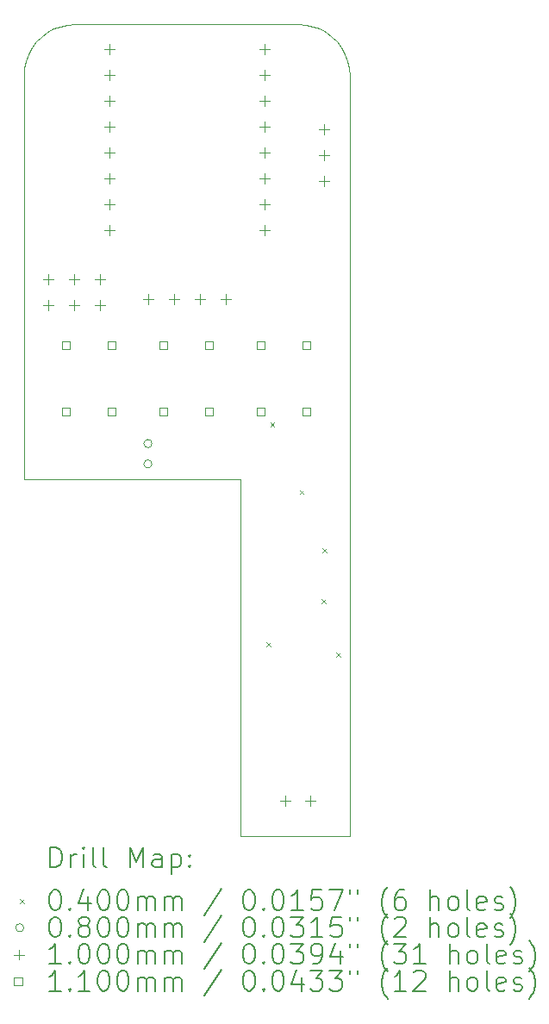
<source format=gbr>
%TF.GenerationSoftware,KiCad,Pcbnew,7.0.7*%
%TF.CreationDate,2024-05-31T07:58:15-05:00*%
%TF.ProjectId,ThinkTankTimerVote,5468696e-6b54-4616-9e6b-54696d657256,rev?*%
%TF.SameCoordinates,Original*%
%TF.FileFunction,Drillmap*%
%TF.FilePolarity,Positive*%
%FSLAX45Y45*%
G04 Gerber Fmt 4.5, Leading zero omitted, Abs format (unit mm)*
G04 Created by KiCad (PCBNEW 7.0.7) date 2024-05-31 07:58:15*
%MOMM*%
%LPD*%
G01*
G04 APERTURE LIST*
%ADD10C,0.003779*%
%ADD11C,0.200000*%
%ADD12C,0.040000*%
%ADD13C,0.080000*%
%ADD14C,0.100000*%
%ADD15C,0.110000*%
G04 APERTURE END LIST*
D10*
X16975000Y-6911600D02*
X17025500Y-6861100D01*
X17212000Y-6759300D02*
X17281700Y-6744100D01*
X18452900Y-6739000D02*
X19552900Y-6739000D01*
X19760600Y-6784200D02*
X19823200Y-6818400D01*
X20032600Y-7098100D02*
X20047800Y-7167800D01*
X19693800Y-6759300D02*
X19760600Y-6784200D01*
X18979300Y-14710000D02*
X18979300Y-11210000D01*
X17145200Y-6784200D02*
X17212000Y-6759300D01*
X16932300Y-6968700D02*
X16975000Y-6911600D01*
X16898100Y-7031300D02*
X16932300Y-6968700D01*
X20052900Y-10724500D02*
X20052900Y-11210000D01*
X16852900Y-10724500D02*
X16852900Y-7447700D01*
X20052900Y-11210000D02*
X20052900Y-14710000D01*
X16858000Y-7167800D02*
X16873200Y-7098100D01*
X16852900Y-7447700D02*
X16852900Y-7239000D01*
X19552900Y-6739000D02*
X19624100Y-6744100D01*
X20052900Y-7447700D02*
X20052900Y-10724500D01*
X20047800Y-7167800D02*
X20052900Y-7239000D01*
X19973500Y-6968700D02*
X20007700Y-7031300D01*
X19624100Y-6744100D02*
X19693800Y-6759300D01*
X16852900Y-11210000D02*
X16852900Y-10724500D01*
X17281700Y-6744100D02*
X17352900Y-6739000D01*
X19823200Y-6818400D02*
X19880300Y-6861100D01*
X17025500Y-6861100D02*
X17082600Y-6818400D01*
X17352900Y-6739000D02*
X18452900Y-6739000D01*
X19880300Y-6861100D02*
X19930800Y-6911600D01*
X20007700Y-7031300D02*
X20032600Y-7098100D01*
X16852900Y-7239000D02*
X16858000Y-7167800D01*
X16873200Y-7098100D02*
X16898100Y-7031300D01*
X17082600Y-6818400D02*
X17145200Y-6784200D01*
X19930800Y-6911600D02*
X19973500Y-6968700D01*
X20052900Y-7239000D02*
X20052900Y-7447700D01*
X20052900Y-14710000D02*
X18979300Y-14710000D01*
X18979300Y-11210000D02*
X16852900Y-11210000D01*
D11*
D12*
X19235160Y-12808780D02*
X19275160Y-12848780D01*
X19275160Y-12808780D02*
X19235160Y-12848780D01*
X19273900Y-10652140D02*
X19313900Y-10692140D01*
X19313900Y-10652140D02*
X19273900Y-10692140D01*
X19563600Y-11315520D02*
X19603600Y-11355520D01*
X19603600Y-11315520D02*
X19563600Y-11355520D01*
X19781320Y-12389200D02*
X19821320Y-12429200D01*
X19821320Y-12389200D02*
X19781320Y-12429200D01*
X19787640Y-11889930D02*
X19827640Y-11929930D01*
X19827640Y-11889930D02*
X19787640Y-11929930D01*
X19922070Y-12911470D02*
X19962070Y-12951470D01*
X19962070Y-12911470D02*
X19922070Y-12951470D01*
D13*
X18112100Y-10858500D02*
G75*
G03*
X18112100Y-10858500I-40000J0D01*
G01*
X18112100Y-11058500D02*
G75*
G03*
X18112100Y-11058500I-40000J0D01*
G01*
D14*
X17094200Y-9195600D02*
X17094200Y-9295600D01*
X17044200Y-9245600D02*
X17144200Y-9245600D01*
X17094200Y-9449600D02*
X17094200Y-9549600D01*
X17044200Y-9499600D02*
X17144200Y-9499600D01*
X17348200Y-9195600D02*
X17348200Y-9295600D01*
X17298200Y-9245600D02*
X17398200Y-9245600D01*
X17348200Y-9449600D02*
X17348200Y-9549600D01*
X17298200Y-9499600D02*
X17398200Y-9499600D01*
X17602200Y-9195600D02*
X17602200Y-9295600D01*
X17552200Y-9245600D02*
X17652200Y-9245600D01*
X17602200Y-9449600D02*
X17602200Y-9549600D01*
X17552200Y-9499600D02*
X17652200Y-9499600D01*
X17691100Y-6935000D02*
X17691100Y-7035000D01*
X17641100Y-6985000D02*
X17741100Y-6985000D01*
X17691100Y-7189000D02*
X17691100Y-7289000D01*
X17641100Y-7239000D02*
X17741100Y-7239000D01*
X17691100Y-7443000D02*
X17691100Y-7543000D01*
X17641100Y-7493000D02*
X17741100Y-7493000D01*
X17691100Y-7697000D02*
X17691100Y-7797000D01*
X17641100Y-7747000D02*
X17741100Y-7747000D01*
X17691100Y-7951000D02*
X17691100Y-8051000D01*
X17641100Y-8001000D02*
X17741100Y-8001000D01*
X17691100Y-8205000D02*
X17691100Y-8305000D01*
X17641100Y-8255000D02*
X17741100Y-8255000D01*
X17691100Y-8459000D02*
X17691100Y-8559000D01*
X17641100Y-8509000D02*
X17741100Y-8509000D01*
X17691100Y-8713000D02*
X17691100Y-8813000D01*
X17641100Y-8763000D02*
X17741100Y-8763000D01*
X18072100Y-9386100D02*
X18072100Y-9486100D01*
X18022100Y-9436100D02*
X18122100Y-9436100D01*
X18326100Y-9386100D02*
X18326100Y-9486100D01*
X18276100Y-9436100D02*
X18376100Y-9436100D01*
X18580100Y-9386100D02*
X18580100Y-9486100D01*
X18530100Y-9436100D02*
X18630100Y-9436100D01*
X18834100Y-9386100D02*
X18834100Y-9486100D01*
X18784100Y-9436100D02*
X18884100Y-9436100D01*
X19215100Y-6935000D02*
X19215100Y-7035000D01*
X19165100Y-6985000D02*
X19265100Y-6985000D01*
X19215100Y-7189000D02*
X19215100Y-7289000D01*
X19165100Y-7239000D02*
X19265100Y-7239000D01*
X19215100Y-7443000D02*
X19215100Y-7543000D01*
X19165100Y-7493000D02*
X19265100Y-7493000D01*
X19215100Y-7697000D02*
X19215100Y-7797000D01*
X19165100Y-7747000D02*
X19265100Y-7747000D01*
X19215100Y-7951000D02*
X19215100Y-8051000D01*
X19165100Y-8001000D02*
X19265100Y-8001000D01*
X19215100Y-8205000D02*
X19215100Y-8305000D01*
X19165100Y-8255000D02*
X19265100Y-8255000D01*
X19215100Y-8459000D02*
X19215100Y-8559000D01*
X19165100Y-8509000D02*
X19265100Y-8509000D01*
X19215100Y-8713000D02*
X19215100Y-8813000D01*
X19165100Y-8763000D02*
X19265100Y-8763000D01*
X19420300Y-14314450D02*
X19420300Y-14414450D01*
X19370300Y-14364450D02*
X19470300Y-14364450D01*
X19670300Y-14314450D02*
X19670300Y-14414450D01*
X19620300Y-14364450D02*
X19720300Y-14364450D01*
X19799300Y-7722400D02*
X19799300Y-7822400D01*
X19749300Y-7772400D02*
X19849300Y-7772400D01*
X19799300Y-7976400D02*
X19799300Y-8076400D01*
X19749300Y-8026400D02*
X19849300Y-8026400D01*
X19799300Y-8230400D02*
X19799300Y-8330400D01*
X19749300Y-8280400D02*
X19849300Y-8280400D01*
D15*
X17305391Y-9929891D02*
X17305391Y-9852109D01*
X17227609Y-9852109D01*
X17227609Y-9929891D01*
X17305391Y-9929891D01*
X17305391Y-10579891D02*
X17305391Y-10502109D01*
X17227609Y-10502109D01*
X17227609Y-10579891D01*
X17305391Y-10579891D01*
X17755391Y-9929891D02*
X17755391Y-9852109D01*
X17677609Y-9852109D01*
X17677609Y-9929891D01*
X17755391Y-9929891D01*
X17755391Y-10579891D02*
X17755391Y-10502109D01*
X17677609Y-10502109D01*
X17677609Y-10579891D01*
X17755391Y-10579891D01*
X18263391Y-9929891D02*
X18263391Y-9852109D01*
X18185609Y-9852109D01*
X18185609Y-9929891D01*
X18263391Y-9929891D01*
X18263391Y-10579891D02*
X18263391Y-10502109D01*
X18185609Y-10502109D01*
X18185609Y-10579891D01*
X18263391Y-10579891D01*
X18713391Y-9929891D02*
X18713391Y-9852109D01*
X18635609Y-9852109D01*
X18635609Y-9929891D01*
X18713391Y-9929891D01*
X18713391Y-10579891D02*
X18713391Y-10502109D01*
X18635609Y-10502109D01*
X18635609Y-10579891D01*
X18713391Y-10579891D01*
X19215891Y-9929891D02*
X19215891Y-9852109D01*
X19138109Y-9852109D01*
X19138109Y-9929891D01*
X19215891Y-9929891D01*
X19215891Y-10579891D02*
X19215891Y-10502109D01*
X19138109Y-10502109D01*
X19138109Y-10579891D01*
X19215891Y-10579891D01*
X19665891Y-9929891D02*
X19665891Y-9852109D01*
X19588109Y-9852109D01*
X19588109Y-9929891D01*
X19665891Y-9929891D01*
X19665891Y-10579891D02*
X19665891Y-10502109D01*
X19588109Y-10502109D01*
X19588109Y-10579891D01*
X19665891Y-10579891D01*
D11*
X17113488Y-15021673D02*
X17113488Y-14821673D01*
X17113488Y-14821673D02*
X17161107Y-14821673D01*
X17161107Y-14821673D02*
X17189678Y-14831196D01*
X17189678Y-14831196D02*
X17208726Y-14850244D01*
X17208726Y-14850244D02*
X17218250Y-14869292D01*
X17218250Y-14869292D02*
X17227774Y-14907387D01*
X17227774Y-14907387D02*
X17227774Y-14935958D01*
X17227774Y-14935958D02*
X17218250Y-14974053D01*
X17218250Y-14974053D02*
X17208726Y-14993101D01*
X17208726Y-14993101D02*
X17189678Y-15012149D01*
X17189678Y-15012149D02*
X17161107Y-15021673D01*
X17161107Y-15021673D02*
X17113488Y-15021673D01*
X17313488Y-15021673D02*
X17313488Y-14888339D01*
X17313488Y-14926434D02*
X17323012Y-14907387D01*
X17323012Y-14907387D02*
X17332536Y-14897863D01*
X17332536Y-14897863D02*
X17351583Y-14888339D01*
X17351583Y-14888339D02*
X17370631Y-14888339D01*
X17437297Y-15021673D02*
X17437297Y-14888339D01*
X17437297Y-14821673D02*
X17427774Y-14831196D01*
X17427774Y-14831196D02*
X17437297Y-14840720D01*
X17437297Y-14840720D02*
X17446821Y-14831196D01*
X17446821Y-14831196D02*
X17437297Y-14821673D01*
X17437297Y-14821673D02*
X17437297Y-14840720D01*
X17561107Y-15021673D02*
X17542059Y-15012149D01*
X17542059Y-15012149D02*
X17532536Y-14993101D01*
X17532536Y-14993101D02*
X17532536Y-14821673D01*
X17665869Y-15021673D02*
X17646821Y-15012149D01*
X17646821Y-15012149D02*
X17637297Y-14993101D01*
X17637297Y-14993101D02*
X17637297Y-14821673D01*
X17894440Y-15021673D02*
X17894440Y-14821673D01*
X17894440Y-14821673D02*
X17961107Y-14964530D01*
X17961107Y-14964530D02*
X18027774Y-14821673D01*
X18027774Y-14821673D02*
X18027774Y-15021673D01*
X18208726Y-15021673D02*
X18208726Y-14916911D01*
X18208726Y-14916911D02*
X18199202Y-14897863D01*
X18199202Y-14897863D02*
X18180155Y-14888339D01*
X18180155Y-14888339D02*
X18142059Y-14888339D01*
X18142059Y-14888339D02*
X18123012Y-14897863D01*
X18208726Y-15012149D02*
X18189678Y-15021673D01*
X18189678Y-15021673D02*
X18142059Y-15021673D01*
X18142059Y-15021673D02*
X18123012Y-15012149D01*
X18123012Y-15012149D02*
X18113488Y-14993101D01*
X18113488Y-14993101D02*
X18113488Y-14974053D01*
X18113488Y-14974053D02*
X18123012Y-14955006D01*
X18123012Y-14955006D02*
X18142059Y-14945482D01*
X18142059Y-14945482D02*
X18189678Y-14945482D01*
X18189678Y-14945482D02*
X18208726Y-14935958D01*
X18303964Y-14888339D02*
X18303964Y-15088339D01*
X18303964Y-14897863D02*
X18323012Y-14888339D01*
X18323012Y-14888339D02*
X18361107Y-14888339D01*
X18361107Y-14888339D02*
X18380155Y-14897863D01*
X18380155Y-14897863D02*
X18389678Y-14907387D01*
X18389678Y-14907387D02*
X18399202Y-14926434D01*
X18399202Y-14926434D02*
X18399202Y-14983577D01*
X18399202Y-14983577D02*
X18389678Y-15002625D01*
X18389678Y-15002625D02*
X18380155Y-15012149D01*
X18380155Y-15012149D02*
X18361107Y-15021673D01*
X18361107Y-15021673D02*
X18323012Y-15021673D01*
X18323012Y-15021673D02*
X18303964Y-15012149D01*
X18484917Y-15002625D02*
X18494440Y-15012149D01*
X18494440Y-15012149D02*
X18484917Y-15021673D01*
X18484917Y-15021673D02*
X18475393Y-15012149D01*
X18475393Y-15012149D02*
X18484917Y-15002625D01*
X18484917Y-15002625D02*
X18484917Y-15021673D01*
X18484917Y-14897863D02*
X18494440Y-14907387D01*
X18494440Y-14907387D02*
X18484917Y-14916911D01*
X18484917Y-14916911D02*
X18475393Y-14907387D01*
X18475393Y-14907387D02*
X18484917Y-14897863D01*
X18484917Y-14897863D02*
X18484917Y-14916911D01*
D12*
X16812711Y-15330189D02*
X16852711Y-15370189D01*
X16852711Y-15330189D02*
X16812711Y-15370189D01*
D11*
X17151583Y-15241673D02*
X17170631Y-15241673D01*
X17170631Y-15241673D02*
X17189678Y-15251196D01*
X17189678Y-15251196D02*
X17199202Y-15260720D01*
X17199202Y-15260720D02*
X17208726Y-15279768D01*
X17208726Y-15279768D02*
X17218250Y-15317863D01*
X17218250Y-15317863D02*
X17218250Y-15365482D01*
X17218250Y-15365482D02*
X17208726Y-15403577D01*
X17208726Y-15403577D02*
X17199202Y-15422625D01*
X17199202Y-15422625D02*
X17189678Y-15432149D01*
X17189678Y-15432149D02*
X17170631Y-15441673D01*
X17170631Y-15441673D02*
X17151583Y-15441673D01*
X17151583Y-15441673D02*
X17132536Y-15432149D01*
X17132536Y-15432149D02*
X17123012Y-15422625D01*
X17123012Y-15422625D02*
X17113488Y-15403577D01*
X17113488Y-15403577D02*
X17103964Y-15365482D01*
X17103964Y-15365482D02*
X17103964Y-15317863D01*
X17103964Y-15317863D02*
X17113488Y-15279768D01*
X17113488Y-15279768D02*
X17123012Y-15260720D01*
X17123012Y-15260720D02*
X17132536Y-15251196D01*
X17132536Y-15251196D02*
X17151583Y-15241673D01*
X17303964Y-15422625D02*
X17313488Y-15432149D01*
X17313488Y-15432149D02*
X17303964Y-15441673D01*
X17303964Y-15441673D02*
X17294440Y-15432149D01*
X17294440Y-15432149D02*
X17303964Y-15422625D01*
X17303964Y-15422625D02*
X17303964Y-15441673D01*
X17484917Y-15308339D02*
X17484917Y-15441673D01*
X17437297Y-15232149D02*
X17389678Y-15375006D01*
X17389678Y-15375006D02*
X17513488Y-15375006D01*
X17627774Y-15241673D02*
X17646821Y-15241673D01*
X17646821Y-15241673D02*
X17665869Y-15251196D01*
X17665869Y-15251196D02*
X17675393Y-15260720D01*
X17675393Y-15260720D02*
X17684917Y-15279768D01*
X17684917Y-15279768D02*
X17694440Y-15317863D01*
X17694440Y-15317863D02*
X17694440Y-15365482D01*
X17694440Y-15365482D02*
X17684917Y-15403577D01*
X17684917Y-15403577D02*
X17675393Y-15422625D01*
X17675393Y-15422625D02*
X17665869Y-15432149D01*
X17665869Y-15432149D02*
X17646821Y-15441673D01*
X17646821Y-15441673D02*
X17627774Y-15441673D01*
X17627774Y-15441673D02*
X17608726Y-15432149D01*
X17608726Y-15432149D02*
X17599202Y-15422625D01*
X17599202Y-15422625D02*
X17589678Y-15403577D01*
X17589678Y-15403577D02*
X17580155Y-15365482D01*
X17580155Y-15365482D02*
X17580155Y-15317863D01*
X17580155Y-15317863D02*
X17589678Y-15279768D01*
X17589678Y-15279768D02*
X17599202Y-15260720D01*
X17599202Y-15260720D02*
X17608726Y-15251196D01*
X17608726Y-15251196D02*
X17627774Y-15241673D01*
X17818250Y-15241673D02*
X17837298Y-15241673D01*
X17837298Y-15241673D02*
X17856345Y-15251196D01*
X17856345Y-15251196D02*
X17865869Y-15260720D01*
X17865869Y-15260720D02*
X17875393Y-15279768D01*
X17875393Y-15279768D02*
X17884917Y-15317863D01*
X17884917Y-15317863D02*
X17884917Y-15365482D01*
X17884917Y-15365482D02*
X17875393Y-15403577D01*
X17875393Y-15403577D02*
X17865869Y-15422625D01*
X17865869Y-15422625D02*
X17856345Y-15432149D01*
X17856345Y-15432149D02*
X17837298Y-15441673D01*
X17837298Y-15441673D02*
X17818250Y-15441673D01*
X17818250Y-15441673D02*
X17799202Y-15432149D01*
X17799202Y-15432149D02*
X17789678Y-15422625D01*
X17789678Y-15422625D02*
X17780155Y-15403577D01*
X17780155Y-15403577D02*
X17770631Y-15365482D01*
X17770631Y-15365482D02*
X17770631Y-15317863D01*
X17770631Y-15317863D02*
X17780155Y-15279768D01*
X17780155Y-15279768D02*
X17789678Y-15260720D01*
X17789678Y-15260720D02*
X17799202Y-15251196D01*
X17799202Y-15251196D02*
X17818250Y-15241673D01*
X17970631Y-15441673D02*
X17970631Y-15308339D01*
X17970631Y-15327387D02*
X17980155Y-15317863D01*
X17980155Y-15317863D02*
X17999202Y-15308339D01*
X17999202Y-15308339D02*
X18027774Y-15308339D01*
X18027774Y-15308339D02*
X18046821Y-15317863D01*
X18046821Y-15317863D02*
X18056345Y-15336911D01*
X18056345Y-15336911D02*
X18056345Y-15441673D01*
X18056345Y-15336911D02*
X18065869Y-15317863D01*
X18065869Y-15317863D02*
X18084917Y-15308339D01*
X18084917Y-15308339D02*
X18113488Y-15308339D01*
X18113488Y-15308339D02*
X18132536Y-15317863D01*
X18132536Y-15317863D02*
X18142059Y-15336911D01*
X18142059Y-15336911D02*
X18142059Y-15441673D01*
X18237298Y-15441673D02*
X18237298Y-15308339D01*
X18237298Y-15327387D02*
X18246821Y-15317863D01*
X18246821Y-15317863D02*
X18265869Y-15308339D01*
X18265869Y-15308339D02*
X18294440Y-15308339D01*
X18294440Y-15308339D02*
X18313488Y-15317863D01*
X18313488Y-15317863D02*
X18323012Y-15336911D01*
X18323012Y-15336911D02*
X18323012Y-15441673D01*
X18323012Y-15336911D02*
X18332536Y-15317863D01*
X18332536Y-15317863D02*
X18351583Y-15308339D01*
X18351583Y-15308339D02*
X18380155Y-15308339D01*
X18380155Y-15308339D02*
X18399202Y-15317863D01*
X18399202Y-15317863D02*
X18408726Y-15336911D01*
X18408726Y-15336911D02*
X18408726Y-15441673D01*
X18799202Y-15232149D02*
X18627774Y-15489292D01*
X19056345Y-15241673D02*
X19075393Y-15241673D01*
X19075393Y-15241673D02*
X19094441Y-15251196D01*
X19094441Y-15251196D02*
X19103964Y-15260720D01*
X19103964Y-15260720D02*
X19113488Y-15279768D01*
X19113488Y-15279768D02*
X19123012Y-15317863D01*
X19123012Y-15317863D02*
X19123012Y-15365482D01*
X19123012Y-15365482D02*
X19113488Y-15403577D01*
X19113488Y-15403577D02*
X19103964Y-15422625D01*
X19103964Y-15422625D02*
X19094441Y-15432149D01*
X19094441Y-15432149D02*
X19075393Y-15441673D01*
X19075393Y-15441673D02*
X19056345Y-15441673D01*
X19056345Y-15441673D02*
X19037298Y-15432149D01*
X19037298Y-15432149D02*
X19027774Y-15422625D01*
X19027774Y-15422625D02*
X19018250Y-15403577D01*
X19018250Y-15403577D02*
X19008726Y-15365482D01*
X19008726Y-15365482D02*
X19008726Y-15317863D01*
X19008726Y-15317863D02*
X19018250Y-15279768D01*
X19018250Y-15279768D02*
X19027774Y-15260720D01*
X19027774Y-15260720D02*
X19037298Y-15251196D01*
X19037298Y-15251196D02*
X19056345Y-15241673D01*
X19208726Y-15422625D02*
X19218250Y-15432149D01*
X19218250Y-15432149D02*
X19208726Y-15441673D01*
X19208726Y-15441673D02*
X19199202Y-15432149D01*
X19199202Y-15432149D02*
X19208726Y-15422625D01*
X19208726Y-15422625D02*
X19208726Y-15441673D01*
X19342060Y-15241673D02*
X19361107Y-15241673D01*
X19361107Y-15241673D02*
X19380155Y-15251196D01*
X19380155Y-15251196D02*
X19389679Y-15260720D01*
X19389679Y-15260720D02*
X19399202Y-15279768D01*
X19399202Y-15279768D02*
X19408726Y-15317863D01*
X19408726Y-15317863D02*
X19408726Y-15365482D01*
X19408726Y-15365482D02*
X19399202Y-15403577D01*
X19399202Y-15403577D02*
X19389679Y-15422625D01*
X19389679Y-15422625D02*
X19380155Y-15432149D01*
X19380155Y-15432149D02*
X19361107Y-15441673D01*
X19361107Y-15441673D02*
X19342060Y-15441673D01*
X19342060Y-15441673D02*
X19323012Y-15432149D01*
X19323012Y-15432149D02*
X19313488Y-15422625D01*
X19313488Y-15422625D02*
X19303964Y-15403577D01*
X19303964Y-15403577D02*
X19294441Y-15365482D01*
X19294441Y-15365482D02*
X19294441Y-15317863D01*
X19294441Y-15317863D02*
X19303964Y-15279768D01*
X19303964Y-15279768D02*
X19313488Y-15260720D01*
X19313488Y-15260720D02*
X19323012Y-15251196D01*
X19323012Y-15251196D02*
X19342060Y-15241673D01*
X19599202Y-15441673D02*
X19484917Y-15441673D01*
X19542060Y-15441673D02*
X19542060Y-15241673D01*
X19542060Y-15241673D02*
X19523012Y-15270244D01*
X19523012Y-15270244D02*
X19503964Y-15289292D01*
X19503964Y-15289292D02*
X19484917Y-15298815D01*
X19780155Y-15241673D02*
X19684917Y-15241673D01*
X19684917Y-15241673D02*
X19675393Y-15336911D01*
X19675393Y-15336911D02*
X19684917Y-15327387D01*
X19684917Y-15327387D02*
X19703964Y-15317863D01*
X19703964Y-15317863D02*
X19751583Y-15317863D01*
X19751583Y-15317863D02*
X19770631Y-15327387D01*
X19770631Y-15327387D02*
X19780155Y-15336911D01*
X19780155Y-15336911D02*
X19789679Y-15355958D01*
X19789679Y-15355958D02*
X19789679Y-15403577D01*
X19789679Y-15403577D02*
X19780155Y-15422625D01*
X19780155Y-15422625D02*
X19770631Y-15432149D01*
X19770631Y-15432149D02*
X19751583Y-15441673D01*
X19751583Y-15441673D02*
X19703964Y-15441673D01*
X19703964Y-15441673D02*
X19684917Y-15432149D01*
X19684917Y-15432149D02*
X19675393Y-15422625D01*
X19856345Y-15241673D02*
X19989679Y-15241673D01*
X19989679Y-15241673D02*
X19903964Y-15441673D01*
X20056345Y-15241673D02*
X20056345Y-15279768D01*
X20132536Y-15241673D02*
X20132536Y-15279768D01*
X20427774Y-15517863D02*
X20418250Y-15508339D01*
X20418250Y-15508339D02*
X20399203Y-15479768D01*
X20399203Y-15479768D02*
X20389679Y-15460720D01*
X20389679Y-15460720D02*
X20380155Y-15432149D01*
X20380155Y-15432149D02*
X20370631Y-15384530D01*
X20370631Y-15384530D02*
X20370631Y-15346434D01*
X20370631Y-15346434D02*
X20380155Y-15298815D01*
X20380155Y-15298815D02*
X20389679Y-15270244D01*
X20389679Y-15270244D02*
X20399203Y-15251196D01*
X20399203Y-15251196D02*
X20418250Y-15222625D01*
X20418250Y-15222625D02*
X20427774Y-15213101D01*
X20589679Y-15241673D02*
X20551583Y-15241673D01*
X20551583Y-15241673D02*
X20532536Y-15251196D01*
X20532536Y-15251196D02*
X20523012Y-15260720D01*
X20523012Y-15260720D02*
X20503964Y-15289292D01*
X20503964Y-15289292D02*
X20494441Y-15327387D01*
X20494441Y-15327387D02*
X20494441Y-15403577D01*
X20494441Y-15403577D02*
X20503964Y-15422625D01*
X20503964Y-15422625D02*
X20513488Y-15432149D01*
X20513488Y-15432149D02*
X20532536Y-15441673D01*
X20532536Y-15441673D02*
X20570631Y-15441673D01*
X20570631Y-15441673D02*
X20589679Y-15432149D01*
X20589679Y-15432149D02*
X20599203Y-15422625D01*
X20599203Y-15422625D02*
X20608726Y-15403577D01*
X20608726Y-15403577D02*
X20608726Y-15355958D01*
X20608726Y-15355958D02*
X20599203Y-15336911D01*
X20599203Y-15336911D02*
X20589679Y-15327387D01*
X20589679Y-15327387D02*
X20570631Y-15317863D01*
X20570631Y-15317863D02*
X20532536Y-15317863D01*
X20532536Y-15317863D02*
X20513488Y-15327387D01*
X20513488Y-15327387D02*
X20503964Y-15336911D01*
X20503964Y-15336911D02*
X20494441Y-15355958D01*
X20846822Y-15441673D02*
X20846822Y-15241673D01*
X20932536Y-15441673D02*
X20932536Y-15336911D01*
X20932536Y-15336911D02*
X20923012Y-15317863D01*
X20923012Y-15317863D02*
X20903965Y-15308339D01*
X20903965Y-15308339D02*
X20875393Y-15308339D01*
X20875393Y-15308339D02*
X20856345Y-15317863D01*
X20856345Y-15317863D02*
X20846822Y-15327387D01*
X21056345Y-15441673D02*
X21037298Y-15432149D01*
X21037298Y-15432149D02*
X21027774Y-15422625D01*
X21027774Y-15422625D02*
X21018250Y-15403577D01*
X21018250Y-15403577D02*
X21018250Y-15346434D01*
X21018250Y-15346434D02*
X21027774Y-15327387D01*
X21027774Y-15327387D02*
X21037298Y-15317863D01*
X21037298Y-15317863D02*
X21056345Y-15308339D01*
X21056345Y-15308339D02*
X21084917Y-15308339D01*
X21084917Y-15308339D02*
X21103965Y-15317863D01*
X21103965Y-15317863D02*
X21113488Y-15327387D01*
X21113488Y-15327387D02*
X21123012Y-15346434D01*
X21123012Y-15346434D02*
X21123012Y-15403577D01*
X21123012Y-15403577D02*
X21113488Y-15422625D01*
X21113488Y-15422625D02*
X21103965Y-15432149D01*
X21103965Y-15432149D02*
X21084917Y-15441673D01*
X21084917Y-15441673D02*
X21056345Y-15441673D01*
X21237298Y-15441673D02*
X21218250Y-15432149D01*
X21218250Y-15432149D02*
X21208726Y-15413101D01*
X21208726Y-15413101D02*
X21208726Y-15241673D01*
X21389679Y-15432149D02*
X21370631Y-15441673D01*
X21370631Y-15441673D02*
X21332536Y-15441673D01*
X21332536Y-15441673D02*
X21313488Y-15432149D01*
X21313488Y-15432149D02*
X21303965Y-15413101D01*
X21303965Y-15413101D02*
X21303965Y-15336911D01*
X21303965Y-15336911D02*
X21313488Y-15317863D01*
X21313488Y-15317863D02*
X21332536Y-15308339D01*
X21332536Y-15308339D02*
X21370631Y-15308339D01*
X21370631Y-15308339D02*
X21389679Y-15317863D01*
X21389679Y-15317863D02*
X21399203Y-15336911D01*
X21399203Y-15336911D02*
X21399203Y-15355958D01*
X21399203Y-15355958D02*
X21303965Y-15375006D01*
X21475393Y-15432149D02*
X21494441Y-15441673D01*
X21494441Y-15441673D02*
X21532536Y-15441673D01*
X21532536Y-15441673D02*
X21551584Y-15432149D01*
X21551584Y-15432149D02*
X21561107Y-15413101D01*
X21561107Y-15413101D02*
X21561107Y-15403577D01*
X21561107Y-15403577D02*
X21551584Y-15384530D01*
X21551584Y-15384530D02*
X21532536Y-15375006D01*
X21532536Y-15375006D02*
X21503965Y-15375006D01*
X21503965Y-15375006D02*
X21484917Y-15365482D01*
X21484917Y-15365482D02*
X21475393Y-15346434D01*
X21475393Y-15346434D02*
X21475393Y-15336911D01*
X21475393Y-15336911D02*
X21484917Y-15317863D01*
X21484917Y-15317863D02*
X21503965Y-15308339D01*
X21503965Y-15308339D02*
X21532536Y-15308339D01*
X21532536Y-15308339D02*
X21551584Y-15317863D01*
X21627774Y-15517863D02*
X21637298Y-15508339D01*
X21637298Y-15508339D02*
X21656346Y-15479768D01*
X21656346Y-15479768D02*
X21665869Y-15460720D01*
X21665869Y-15460720D02*
X21675393Y-15432149D01*
X21675393Y-15432149D02*
X21684917Y-15384530D01*
X21684917Y-15384530D02*
X21684917Y-15346434D01*
X21684917Y-15346434D02*
X21675393Y-15298815D01*
X21675393Y-15298815D02*
X21665869Y-15270244D01*
X21665869Y-15270244D02*
X21656346Y-15251196D01*
X21656346Y-15251196D02*
X21637298Y-15222625D01*
X21637298Y-15222625D02*
X21627774Y-15213101D01*
D13*
X16852711Y-15614189D02*
G75*
G03*
X16852711Y-15614189I-40000J0D01*
G01*
D11*
X17151583Y-15505673D02*
X17170631Y-15505673D01*
X17170631Y-15505673D02*
X17189678Y-15515196D01*
X17189678Y-15515196D02*
X17199202Y-15524720D01*
X17199202Y-15524720D02*
X17208726Y-15543768D01*
X17208726Y-15543768D02*
X17218250Y-15581863D01*
X17218250Y-15581863D02*
X17218250Y-15629482D01*
X17218250Y-15629482D02*
X17208726Y-15667577D01*
X17208726Y-15667577D02*
X17199202Y-15686625D01*
X17199202Y-15686625D02*
X17189678Y-15696149D01*
X17189678Y-15696149D02*
X17170631Y-15705673D01*
X17170631Y-15705673D02*
X17151583Y-15705673D01*
X17151583Y-15705673D02*
X17132536Y-15696149D01*
X17132536Y-15696149D02*
X17123012Y-15686625D01*
X17123012Y-15686625D02*
X17113488Y-15667577D01*
X17113488Y-15667577D02*
X17103964Y-15629482D01*
X17103964Y-15629482D02*
X17103964Y-15581863D01*
X17103964Y-15581863D02*
X17113488Y-15543768D01*
X17113488Y-15543768D02*
X17123012Y-15524720D01*
X17123012Y-15524720D02*
X17132536Y-15515196D01*
X17132536Y-15515196D02*
X17151583Y-15505673D01*
X17303964Y-15686625D02*
X17313488Y-15696149D01*
X17313488Y-15696149D02*
X17303964Y-15705673D01*
X17303964Y-15705673D02*
X17294440Y-15696149D01*
X17294440Y-15696149D02*
X17303964Y-15686625D01*
X17303964Y-15686625D02*
X17303964Y-15705673D01*
X17427774Y-15591387D02*
X17408726Y-15581863D01*
X17408726Y-15581863D02*
X17399202Y-15572339D01*
X17399202Y-15572339D02*
X17389678Y-15553292D01*
X17389678Y-15553292D02*
X17389678Y-15543768D01*
X17389678Y-15543768D02*
X17399202Y-15524720D01*
X17399202Y-15524720D02*
X17408726Y-15515196D01*
X17408726Y-15515196D02*
X17427774Y-15505673D01*
X17427774Y-15505673D02*
X17465869Y-15505673D01*
X17465869Y-15505673D02*
X17484917Y-15515196D01*
X17484917Y-15515196D02*
X17494440Y-15524720D01*
X17494440Y-15524720D02*
X17503964Y-15543768D01*
X17503964Y-15543768D02*
X17503964Y-15553292D01*
X17503964Y-15553292D02*
X17494440Y-15572339D01*
X17494440Y-15572339D02*
X17484917Y-15581863D01*
X17484917Y-15581863D02*
X17465869Y-15591387D01*
X17465869Y-15591387D02*
X17427774Y-15591387D01*
X17427774Y-15591387D02*
X17408726Y-15600911D01*
X17408726Y-15600911D02*
X17399202Y-15610434D01*
X17399202Y-15610434D02*
X17389678Y-15629482D01*
X17389678Y-15629482D02*
X17389678Y-15667577D01*
X17389678Y-15667577D02*
X17399202Y-15686625D01*
X17399202Y-15686625D02*
X17408726Y-15696149D01*
X17408726Y-15696149D02*
X17427774Y-15705673D01*
X17427774Y-15705673D02*
X17465869Y-15705673D01*
X17465869Y-15705673D02*
X17484917Y-15696149D01*
X17484917Y-15696149D02*
X17494440Y-15686625D01*
X17494440Y-15686625D02*
X17503964Y-15667577D01*
X17503964Y-15667577D02*
X17503964Y-15629482D01*
X17503964Y-15629482D02*
X17494440Y-15610434D01*
X17494440Y-15610434D02*
X17484917Y-15600911D01*
X17484917Y-15600911D02*
X17465869Y-15591387D01*
X17627774Y-15505673D02*
X17646821Y-15505673D01*
X17646821Y-15505673D02*
X17665869Y-15515196D01*
X17665869Y-15515196D02*
X17675393Y-15524720D01*
X17675393Y-15524720D02*
X17684917Y-15543768D01*
X17684917Y-15543768D02*
X17694440Y-15581863D01*
X17694440Y-15581863D02*
X17694440Y-15629482D01*
X17694440Y-15629482D02*
X17684917Y-15667577D01*
X17684917Y-15667577D02*
X17675393Y-15686625D01*
X17675393Y-15686625D02*
X17665869Y-15696149D01*
X17665869Y-15696149D02*
X17646821Y-15705673D01*
X17646821Y-15705673D02*
X17627774Y-15705673D01*
X17627774Y-15705673D02*
X17608726Y-15696149D01*
X17608726Y-15696149D02*
X17599202Y-15686625D01*
X17599202Y-15686625D02*
X17589678Y-15667577D01*
X17589678Y-15667577D02*
X17580155Y-15629482D01*
X17580155Y-15629482D02*
X17580155Y-15581863D01*
X17580155Y-15581863D02*
X17589678Y-15543768D01*
X17589678Y-15543768D02*
X17599202Y-15524720D01*
X17599202Y-15524720D02*
X17608726Y-15515196D01*
X17608726Y-15515196D02*
X17627774Y-15505673D01*
X17818250Y-15505673D02*
X17837298Y-15505673D01*
X17837298Y-15505673D02*
X17856345Y-15515196D01*
X17856345Y-15515196D02*
X17865869Y-15524720D01*
X17865869Y-15524720D02*
X17875393Y-15543768D01*
X17875393Y-15543768D02*
X17884917Y-15581863D01*
X17884917Y-15581863D02*
X17884917Y-15629482D01*
X17884917Y-15629482D02*
X17875393Y-15667577D01*
X17875393Y-15667577D02*
X17865869Y-15686625D01*
X17865869Y-15686625D02*
X17856345Y-15696149D01*
X17856345Y-15696149D02*
X17837298Y-15705673D01*
X17837298Y-15705673D02*
X17818250Y-15705673D01*
X17818250Y-15705673D02*
X17799202Y-15696149D01*
X17799202Y-15696149D02*
X17789678Y-15686625D01*
X17789678Y-15686625D02*
X17780155Y-15667577D01*
X17780155Y-15667577D02*
X17770631Y-15629482D01*
X17770631Y-15629482D02*
X17770631Y-15581863D01*
X17770631Y-15581863D02*
X17780155Y-15543768D01*
X17780155Y-15543768D02*
X17789678Y-15524720D01*
X17789678Y-15524720D02*
X17799202Y-15515196D01*
X17799202Y-15515196D02*
X17818250Y-15505673D01*
X17970631Y-15705673D02*
X17970631Y-15572339D01*
X17970631Y-15591387D02*
X17980155Y-15581863D01*
X17980155Y-15581863D02*
X17999202Y-15572339D01*
X17999202Y-15572339D02*
X18027774Y-15572339D01*
X18027774Y-15572339D02*
X18046821Y-15581863D01*
X18046821Y-15581863D02*
X18056345Y-15600911D01*
X18056345Y-15600911D02*
X18056345Y-15705673D01*
X18056345Y-15600911D02*
X18065869Y-15581863D01*
X18065869Y-15581863D02*
X18084917Y-15572339D01*
X18084917Y-15572339D02*
X18113488Y-15572339D01*
X18113488Y-15572339D02*
X18132536Y-15581863D01*
X18132536Y-15581863D02*
X18142059Y-15600911D01*
X18142059Y-15600911D02*
X18142059Y-15705673D01*
X18237298Y-15705673D02*
X18237298Y-15572339D01*
X18237298Y-15591387D02*
X18246821Y-15581863D01*
X18246821Y-15581863D02*
X18265869Y-15572339D01*
X18265869Y-15572339D02*
X18294440Y-15572339D01*
X18294440Y-15572339D02*
X18313488Y-15581863D01*
X18313488Y-15581863D02*
X18323012Y-15600911D01*
X18323012Y-15600911D02*
X18323012Y-15705673D01*
X18323012Y-15600911D02*
X18332536Y-15581863D01*
X18332536Y-15581863D02*
X18351583Y-15572339D01*
X18351583Y-15572339D02*
X18380155Y-15572339D01*
X18380155Y-15572339D02*
X18399202Y-15581863D01*
X18399202Y-15581863D02*
X18408726Y-15600911D01*
X18408726Y-15600911D02*
X18408726Y-15705673D01*
X18799202Y-15496149D02*
X18627774Y-15753292D01*
X19056345Y-15505673D02*
X19075393Y-15505673D01*
X19075393Y-15505673D02*
X19094441Y-15515196D01*
X19094441Y-15515196D02*
X19103964Y-15524720D01*
X19103964Y-15524720D02*
X19113488Y-15543768D01*
X19113488Y-15543768D02*
X19123012Y-15581863D01*
X19123012Y-15581863D02*
X19123012Y-15629482D01*
X19123012Y-15629482D02*
X19113488Y-15667577D01*
X19113488Y-15667577D02*
X19103964Y-15686625D01*
X19103964Y-15686625D02*
X19094441Y-15696149D01*
X19094441Y-15696149D02*
X19075393Y-15705673D01*
X19075393Y-15705673D02*
X19056345Y-15705673D01*
X19056345Y-15705673D02*
X19037298Y-15696149D01*
X19037298Y-15696149D02*
X19027774Y-15686625D01*
X19027774Y-15686625D02*
X19018250Y-15667577D01*
X19018250Y-15667577D02*
X19008726Y-15629482D01*
X19008726Y-15629482D02*
X19008726Y-15581863D01*
X19008726Y-15581863D02*
X19018250Y-15543768D01*
X19018250Y-15543768D02*
X19027774Y-15524720D01*
X19027774Y-15524720D02*
X19037298Y-15515196D01*
X19037298Y-15515196D02*
X19056345Y-15505673D01*
X19208726Y-15686625D02*
X19218250Y-15696149D01*
X19218250Y-15696149D02*
X19208726Y-15705673D01*
X19208726Y-15705673D02*
X19199202Y-15696149D01*
X19199202Y-15696149D02*
X19208726Y-15686625D01*
X19208726Y-15686625D02*
X19208726Y-15705673D01*
X19342060Y-15505673D02*
X19361107Y-15505673D01*
X19361107Y-15505673D02*
X19380155Y-15515196D01*
X19380155Y-15515196D02*
X19389679Y-15524720D01*
X19389679Y-15524720D02*
X19399202Y-15543768D01*
X19399202Y-15543768D02*
X19408726Y-15581863D01*
X19408726Y-15581863D02*
X19408726Y-15629482D01*
X19408726Y-15629482D02*
X19399202Y-15667577D01*
X19399202Y-15667577D02*
X19389679Y-15686625D01*
X19389679Y-15686625D02*
X19380155Y-15696149D01*
X19380155Y-15696149D02*
X19361107Y-15705673D01*
X19361107Y-15705673D02*
X19342060Y-15705673D01*
X19342060Y-15705673D02*
X19323012Y-15696149D01*
X19323012Y-15696149D02*
X19313488Y-15686625D01*
X19313488Y-15686625D02*
X19303964Y-15667577D01*
X19303964Y-15667577D02*
X19294441Y-15629482D01*
X19294441Y-15629482D02*
X19294441Y-15581863D01*
X19294441Y-15581863D02*
X19303964Y-15543768D01*
X19303964Y-15543768D02*
X19313488Y-15524720D01*
X19313488Y-15524720D02*
X19323012Y-15515196D01*
X19323012Y-15515196D02*
X19342060Y-15505673D01*
X19475393Y-15505673D02*
X19599202Y-15505673D01*
X19599202Y-15505673D02*
X19532536Y-15581863D01*
X19532536Y-15581863D02*
X19561107Y-15581863D01*
X19561107Y-15581863D02*
X19580155Y-15591387D01*
X19580155Y-15591387D02*
X19589679Y-15600911D01*
X19589679Y-15600911D02*
X19599202Y-15619958D01*
X19599202Y-15619958D02*
X19599202Y-15667577D01*
X19599202Y-15667577D02*
X19589679Y-15686625D01*
X19589679Y-15686625D02*
X19580155Y-15696149D01*
X19580155Y-15696149D02*
X19561107Y-15705673D01*
X19561107Y-15705673D02*
X19503964Y-15705673D01*
X19503964Y-15705673D02*
X19484917Y-15696149D01*
X19484917Y-15696149D02*
X19475393Y-15686625D01*
X19789679Y-15705673D02*
X19675393Y-15705673D01*
X19732536Y-15705673D02*
X19732536Y-15505673D01*
X19732536Y-15505673D02*
X19713488Y-15534244D01*
X19713488Y-15534244D02*
X19694441Y-15553292D01*
X19694441Y-15553292D02*
X19675393Y-15562815D01*
X19970631Y-15505673D02*
X19875393Y-15505673D01*
X19875393Y-15505673D02*
X19865869Y-15600911D01*
X19865869Y-15600911D02*
X19875393Y-15591387D01*
X19875393Y-15591387D02*
X19894441Y-15581863D01*
X19894441Y-15581863D02*
X19942060Y-15581863D01*
X19942060Y-15581863D02*
X19961107Y-15591387D01*
X19961107Y-15591387D02*
X19970631Y-15600911D01*
X19970631Y-15600911D02*
X19980155Y-15619958D01*
X19980155Y-15619958D02*
X19980155Y-15667577D01*
X19980155Y-15667577D02*
X19970631Y-15686625D01*
X19970631Y-15686625D02*
X19961107Y-15696149D01*
X19961107Y-15696149D02*
X19942060Y-15705673D01*
X19942060Y-15705673D02*
X19894441Y-15705673D01*
X19894441Y-15705673D02*
X19875393Y-15696149D01*
X19875393Y-15696149D02*
X19865869Y-15686625D01*
X20056345Y-15505673D02*
X20056345Y-15543768D01*
X20132536Y-15505673D02*
X20132536Y-15543768D01*
X20427774Y-15781863D02*
X20418250Y-15772339D01*
X20418250Y-15772339D02*
X20399203Y-15743768D01*
X20399203Y-15743768D02*
X20389679Y-15724720D01*
X20389679Y-15724720D02*
X20380155Y-15696149D01*
X20380155Y-15696149D02*
X20370631Y-15648530D01*
X20370631Y-15648530D02*
X20370631Y-15610434D01*
X20370631Y-15610434D02*
X20380155Y-15562815D01*
X20380155Y-15562815D02*
X20389679Y-15534244D01*
X20389679Y-15534244D02*
X20399203Y-15515196D01*
X20399203Y-15515196D02*
X20418250Y-15486625D01*
X20418250Y-15486625D02*
X20427774Y-15477101D01*
X20494441Y-15524720D02*
X20503964Y-15515196D01*
X20503964Y-15515196D02*
X20523012Y-15505673D01*
X20523012Y-15505673D02*
X20570631Y-15505673D01*
X20570631Y-15505673D02*
X20589679Y-15515196D01*
X20589679Y-15515196D02*
X20599203Y-15524720D01*
X20599203Y-15524720D02*
X20608726Y-15543768D01*
X20608726Y-15543768D02*
X20608726Y-15562815D01*
X20608726Y-15562815D02*
X20599203Y-15591387D01*
X20599203Y-15591387D02*
X20484917Y-15705673D01*
X20484917Y-15705673D02*
X20608726Y-15705673D01*
X20846822Y-15705673D02*
X20846822Y-15505673D01*
X20932536Y-15705673D02*
X20932536Y-15600911D01*
X20932536Y-15600911D02*
X20923012Y-15581863D01*
X20923012Y-15581863D02*
X20903965Y-15572339D01*
X20903965Y-15572339D02*
X20875393Y-15572339D01*
X20875393Y-15572339D02*
X20856345Y-15581863D01*
X20856345Y-15581863D02*
X20846822Y-15591387D01*
X21056345Y-15705673D02*
X21037298Y-15696149D01*
X21037298Y-15696149D02*
X21027774Y-15686625D01*
X21027774Y-15686625D02*
X21018250Y-15667577D01*
X21018250Y-15667577D02*
X21018250Y-15610434D01*
X21018250Y-15610434D02*
X21027774Y-15591387D01*
X21027774Y-15591387D02*
X21037298Y-15581863D01*
X21037298Y-15581863D02*
X21056345Y-15572339D01*
X21056345Y-15572339D02*
X21084917Y-15572339D01*
X21084917Y-15572339D02*
X21103965Y-15581863D01*
X21103965Y-15581863D02*
X21113488Y-15591387D01*
X21113488Y-15591387D02*
X21123012Y-15610434D01*
X21123012Y-15610434D02*
X21123012Y-15667577D01*
X21123012Y-15667577D02*
X21113488Y-15686625D01*
X21113488Y-15686625D02*
X21103965Y-15696149D01*
X21103965Y-15696149D02*
X21084917Y-15705673D01*
X21084917Y-15705673D02*
X21056345Y-15705673D01*
X21237298Y-15705673D02*
X21218250Y-15696149D01*
X21218250Y-15696149D02*
X21208726Y-15677101D01*
X21208726Y-15677101D02*
X21208726Y-15505673D01*
X21389679Y-15696149D02*
X21370631Y-15705673D01*
X21370631Y-15705673D02*
X21332536Y-15705673D01*
X21332536Y-15705673D02*
X21313488Y-15696149D01*
X21313488Y-15696149D02*
X21303965Y-15677101D01*
X21303965Y-15677101D02*
X21303965Y-15600911D01*
X21303965Y-15600911D02*
X21313488Y-15581863D01*
X21313488Y-15581863D02*
X21332536Y-15572339D01*
X21332536Y-15572339D02*
X21370631Y-15572339D01*
X21370631Y-15572339D02*
X21389679Y-15581863D01*
X21389679Y-15581863D02*
X21399203Y-15600911D01*
X21399203Y-15600911D02*
X21399203Y-15619958D01*
X21399203Y-15619958D02*
X21303965Y-15639006D01*
X21475393Y-15696149D02*
X21494441Y-15705673D01*
X21494441Y-15705673D02*
X21532536Y-15705673D01*
X21532536Y-15705673D02*
X21551584Y-15696149D01*
X21551584Y-15696149D02*
X21561107Y-15677101D01*
X21561107Y-15677101D02*
X21561107Y-15667577D01*
X21561107Y-15667577D02*
X21551584Y-15648530D01*
X21551584Y-15648530D02*
X21532536Y-15639006D01*
X21532536Y-15639006D02*
X21503965Y-15639006D01*
X21503965Y-15639006D02*
X21484917Y-15629482D01*
X21484917Y-15629482D02*
X21475393Y-15610434D01*
X21475393Y-15610434D02*
X21475393Y-15600911D01*
X21475393Y-15600911D02*
X21484917Y-15581863D01*
X21484917Y-15581863D02*
X21503965Y-15572339D01*
X21503965Y-15572339D02*
X21532536Y-15572339D01*
X21532536Y-15572339D02*
X21551584Y-15581863D01*
X21627774Y-15781863D02*
X21637298Y-15772339D01*
X21637298Y-15772339D02*
X21656346Y-15743768D01*
X21656346Y-15743768D02*
X21665869Y-15724720D01*
X21665869Y-15724720D02*
X21675393Y-15696149D01*
X21675393Y-15696149D02*
X21684917Y-15648530D01*
X21684917Y-15648530D02*
X21684917Y-15610434D01*
X21684917Y-15610434D02*
X21675393Y-15562815D01*
X21675393Y-15562815D02*
X21665869Y-15534244D01*
X21665869Y-15534244D02*
X21656346Y-15515196D01*
X21656346Y-15515196D02*
X21637298Y-15486625D01*
X21637298Y-15486625D02*
X21627774Y-15477101D01*
D14*
X16802711Y-15828189D02*
X16802711Y-15928189D01*
X16752711Y-15878189D02*
X16852711Y-15878189D01*
D11*
X17218250Y-15969673D02*
X17103964Y-15969673D01*
X17161107Y-15969673D02*
X17161107Y-15769673D01*
X17161107Y-15769673D02*
X17142059Y-15798244D01*
X17142059Y-15798244D02*
X17123012Y-15817292D01*
X17123012Y-15817292D02*
X17103964Y-15826815D01*
X17303964Y-15950625D02*
X17313488Y-15960149D01*
X17313488Y-15960149D02*
X17303964Y-15969673D01*
X17303964Y-15969673D02*
X17294440Y-15960149D01*
X17294440Y-15960149D02*
X17303964Y-15950625D01*
X17303964Y-15950625D02*
X17303964Y-15969673D01*
X17437297Y-15769673D02*
X17456345Y-15769673D01*
X17456345Y-15769673D02*
X17475393Y-15779196D01*
X17475393Y-15779196D02*
X17484917Y-15788720D01*
X17484917Y-15788720D02*
X17494440Y-15807768D01*
X17494440Y-15807768D02*
X17503964Y-15845863D01*
X17503964Y-15845863D02*
X17503964Y-15893482D01*
X17503964Y-15893482D02*
X17494440Y-15931577D01*
X17494440Y-15931577D02*
X17484917Y-15950625D01*
X17484917Y-15950625D02*
X17475393Y-15960149D01*
X17475393Y-15960149D02*
X17456345Y-15969673D01*
X17456345Y-15969673D02*
X17437297Y-15969673D01*
X17437297Y-15969673D02*
X17418250Y-15960149D01*
X17418250Y-15960149D02*
X17408726Y-15950625D01*
X17408726Y-15950625D02*
X17399202Y-15931577D01*
X17399202Y-15931577D02*
X17389678Y-15893482D01*
X17389678Y-15893482D02*
X17389678Y-15845863D01*
X17389678Y-15845863D02*
X17399202Y-15807768D01*
X17399202Y-15807768D02*
X17408726Y-15788720D01*
X17408726Y-15788720D02*
X17418250Y-15779196D01*
X17418250Y-15779196D02*
X17437297Y-15769673D01*
X17627774Y-15769673D02*
X17646821Y-15769673D01*
X17646821Y-15769673D02*
X17665869Y-15779196D01*
X17665869Y-15779196D02*
X17675393Y-15788720D01*
X17675393Y-15788720D02*
X17684917Y-15807768D01*
X17684917Y-15807768D02*
X17694440Y-15845863D01*
X17694440Y-15845863D02*
X17694440Y-15893482D01*
X17694440Y-15893482D02*
X17684917Y-15931577D01*
X17684917Y-15931577D02*
X17675393Y-15950625D01*
X17675393Y-15950625D02*
X17665869Y-15960149D01*
X17665869Y-15960149D02*
X17646821Y-15969673D01*
X17646821Y-15969673D02*
X17627774Y-15969673D01*
X17627774Y-15969673D02*
X17608726Y-15960149D01*
X17608726Y-15960149D02*
X17599202Y-15950625D01*
X17599202Y-15950625D02*
X17589678Y-15931577D01*
X17589678Y-15931577D02*
X17580155Y-15893482D01*
X17580155Y-15893482D02*
X17580155Y-15845863D01*
X17580155Y-15845863D02*
X17589678Y-15807768D01*
X17589678Y-15807768D02*
X17599202Y-15788720D01*
X17599202Y-15788720D02*
X17608726Y-15779196D01*
X17608726Y-15779196D02*
X17627774Y-15769673D01*
X17818250Y-15769673D02*
X17837298Y-15769673D01*
X17837298Y-15769673D02*
X17856345Y-15779196D01*
X17856345Y-15779196D02*
X17865869Y-15788720D01*
X17865869Y-15788720D02*
X17875393Y-15807768D01*
X17875393Y-15807768D02*
X17884917Y-15845863D01*
X17884917Y-15845863D02*
X17884917Y-15893482D01*
X17884917Y-15893482D02*
X17875393Y-15931577D01*
X17875393Y-15931577D02*
X17865869Y-15950625D01*
X17865869Y-15950625D02*
X17856345Y-15960149D01*
X17856345Y-15960149D02*
X17837298Y-15969673D01*
X17837298Y-15969673D02*
X17818250Y-15969673D01*
X17818250Y-15969673D02*
X17799202Y-15960149D01*
X17799202Y-15960149D02*
X17789678Y-15950625D01*
X17789678Y-15950625D02*
X17780155Y-15931577D01*
X17780155Y-15931577D02*
X17770631Y-15893482D01*
X17770631Y-15893482D02*
X17770631Y-15845863D01*
X17770631Y-15845863D02*
X17780155Y-15807768D01*
X17780155Y-15807768D02*
X17789678Y-15788720D01*
X17789678Y-15788720D02*
X17799202Y-15779196D01*
X17799202Y-15779196D02*
X17818250Y-15769673D01*
X17970631Y-15969673D02*
X17970631Y-15836339D01*
X17970631Y-15855387D02*
X17980155Y-15845863D01*
X17980155Y-15845863D02*
X17999202Y-15836339D01*
X17999202Y-15836339D02*
X18027774Y-15836339D01*
X18027774Y-15836339D02*
X18046821Y-15845863D01*
X18046821Y-15845863D02*
X18056345Y-15864911D01*
X18056345Y-15864911D02*
X18056345Y-15969673D01*
X18056345Y-15864911D02*
X18065869Y-15845863D01*
X18065869Y-15845863D02*
X18084917Y-15836339D01*
X18084917Y-15836339D02*
X18113488Y-15836339D01*
X18113488Y-15836339D02*
X18132536Y-15845863D01*
X18132536Y-15845863D02*
X18142059Y-15864911D01*
X18142059Y-15864911D02*
X18142059Y-15969673D01*
X18237298Y-15969673D02*
X18237298Y-15836339D01*
X18237298Y-15855387D02*
X18246821Y-15845863D01*
X18246821Y-15845863D02*
X18265869Y-15836339D01*
X18265869Y-15836339D02*
X18294440Y-15836339D01*
X18294440Y-15836339D02*
X18313488Y-15845863D01*
X18313488Y-15845863D02*
X18323012Y-15864911D01*
X18323012Y-15864911D02*
X18323012Y-15969673D01*
X18323012Y-15864911D02*
X18332536Y-15845863D01*
X18332536Y-15845863D02*
X18351583Y-15836339D01*
X18351583Y-15836339D02*
X18380155Y-15836339D01*
X18380155Y-15836339D02*
X18399202Y-15845863D01*
X18399202Y-15845863D02*
X18408726Y-15864911D01*
X18408726Y-15864911D02*
X18408726Y-15969673D01*
X18799202Y-15760149D02*
X18627774Y-16017292D01*
X19056345Y-15769673D02*
X19075393Y-15769673D01*
X19075393Y-15769673D02*
X19094441Y-15779196D01*
X19094441Y-15779196D02*
X19103964Y-15788720D01*
X19103964Y-15788720D02*
X19113488Y-15807768D01*
X19113488Y-15807768D02*
X19123012Y-15845863D01*
X19123012Y-15845863D02*
X19123012Y-15893482D01*
X19123012Y-15893482D02*
X19113488Y-15931577D01*
X19113488Y-15931577D02*
X19103964Y-15950625D01*
X19103964Y-15950625D02*
X19094441Y-15960149D01*
X19094441Y-15960149D02*
X19075393Y-15969673D01*
X19075393Y-15969673D02*
X19056345Y-15969673D01*
X19056345Y-15969673D02*
X19037298Y-15960149D01*
X19037298Y-15960149D02*
X19027774Y-15950625D01*
X19027774Y-15950625D02*
X19018250Y-15931577D01*
X19018250Y-15931577D02*
X19008726Y-15893482D01*
X19008726Y-15893482D02*
X19008726Y-15845863D01*
X19008726Y-15845863D02*
X19018250Y-15807768D01*
X19018250Y-15807768D02*
X19027774Y-15788720D01*
X19027774Y-15788720D02*
X19037298Y-15779196D01*
X19037298Y-15779196D02*
X19056345Y-15769673D01*
X19208726Y-15950625D02*
X19218250Y-15960149D01*
X19218250Y-15960149D02*
X19208726Y-15969673D01*
X19208726Y-15969673D02*
X19199202Y-15960149D01*
X19199202Y-15960149D02*
X19208726Y-15950625D01*
X19208726Y-15950625D02*
X19208726Y-15969673D01*
X19342060Y-15769673D02*
X19361107Y-15769673D01*
X19361107Y-15769673D02*
X19380155Y-15779196D01*
X19380155Y-15779196D02*
X19389679Y-15788720D01*
X19389679Y-15788720D02*
X19399202Y-15807768D01*
X19399202Y-15807768D02*
X19408726Y-15845863D01*
X19408726Y-15845863D02*
X19408726Y-15893482D01*
X19408726Y-15893482D02*
X19399202Y-15931577D01*
X19399202Y-15931577D02*
X19389679Y-15950625D01*
X19389679Y-15950625D02*
X19380155Y-15960149D01*
X19380155Y-15960149D02*
X19361107Y-15969673D01*
X19361107Y-15969673D02*
X19342060Y-15969673D01*
X19342060Y-15969673D02*
X19323012Y-15960149D01*
X19323012Y-15960149D02*
X19313488Y-15950625D01*
X19313488Y-15950625D02*
X19303964Y-15931577D01*
X19303964Y-15931577D02*
X19294441Y-15893482D01*
X19294441Y-15893482D02*
X19294441Y-15845863D01*
X19294441Y-15845863D02*
X19303964Y-15807768D01*
X19303964Y-15807768D02*
X19313488Y-15788720D01*
X19313488Y-15788720D02*
X19323012Y-15779196D01*
X19323012Y-15779196D02*
X19342060Y-15769673D01*
X19475393Y-15769673D02*
X19599202Y-15769673D01*
X19599202Y-15769673D02*
X19532536Y-15845863D01*
X19532536Y-15845863D02*
X19561107Y-15845863D01*
X19561107Y-15845863D02*
X19580155Y-15855387D01*
X19580155Y-15855387D02*
X19589679Y-15864911D01*
X19589679Y-15864911D02*
X19599202Y-15883958D01*
X19599202Y-15883958D02*
X19599202Y-15931577D01*
X19599202Y-15931577D02*
X19589679Y-15950625D01*
X19589679Y-15950625D02*
X19580155Y-15960149D01*
X19580155Y-15960149D02*
X19561107Y-15969673D01*
X19561107Y-15969673D02*
X19503964Y-15969673D01*
X19503964Y-15969673D02*
X19484917Y-15960149D01*
X19484917Y-15960149D02*
X19475393Y-15950625D01*
X19694441Y-15969673D02*
X19732536Y-15969673D01*
X19732536Y-15969673D02*
X19751583Y-15960149D01*
X19751583Y-15960149D02*
X19761107Y-15950625D01*
X19761107Y-15950625D02*
X19780155Y-15922053D01*
X19780155Y-15922053D02*
X19789679Y-15883958D01*
X19789679Y-15883958D02*
X19789679Y-15807768D01*
X19789679Y-15807768D02*
X19780155Y-15788720D01*
X19780155Y-15788720D02*
X19770631Y-15779196D01*
X19770631Y-15779196D02*
X19751583Y-15769673D01*
X19751583Y-15769673D02*
X19713488Y-15769673D01*
X19713488Y-15769673D02*
X19694441Y-15779196D01*
X19694441Y-15779196D02*
X19684917Y-15788720D01*
X19684917Y-15788720D02*
X19675393Y-15807768D01*
X19675393Y-15807768D02*
X19675393Y-15855387D01*
X19675393Y-15855387D02*
X19684917Y-15874434D01*
X19684917Y-15874434D02*
X19694441Y-15883958D01*
X19694441Y-15883958D02*
X19713488Y-15893482D01*
X19713488Y-15893482D02*
X19751583Y-15893482D01*
X19751583Y-15893482D02*
X19770631Y-15883958D01*
X19770631Y-15883958D02*
X19780155Y-15874434D01*
X19780155Y-15874434D02*
X19789679Y-15855387D01*
X19961107Y-15836339D02*
X19961107Y-15969673D01*
X19913488Y-15760149D02*
X19865869Y-15903006D01*
X19865869Y-15903006D02*
X19989679Y-15903006D01*
X20056345Y-15769673D02*
X20056345Y-15807768D01*
X20132536Y-15769673D02*
X20132536Y-15807768D01*
X20427774Y-16045863D02*
X20418250Y-16036339D01*
X20418250Y-16036339D02*
X20399203Y-16007768D01*
X20399203Y-16007768D02*
X20389679Y-15988720D01*
X20389679Y-15988720D02*
X20380155Y-15960149D01*
X20380155Y-15960149D02*
X20370631Y-15912530D01*
X20370631Y-15912530D02*
X20370631Y-15874434D01*
X20370631Y-15874434D02*
X20380155Y-15826815D01*
X20380155Y-15826815D02*
X20389679Y-15798244D01*
X20389679Y-15798244D02*
X20399203Y-15779196D01*
X20399203Y-15779196D02*
X20418250Y-15750625D01*
X20418250Y-15750625D02*
X20427774Y-15741101D01*
X20484917Y-15769673D02*
X20608726Y-15769673D01*
X20608726Y-15769673D02*
X20542060Y-15845863D01*
X20542060Y-15845863D02*
X20570631Y-15845863D01*
X20570631Y-15845863D02*
X20589679Y-15855387D01*
X20589679Y-15855387D02*
X20599203Y-15864911D01*
X20599203Y-15864911D02*
X20608726Y-15883958D01*
X20608726Y-15883958D02*
X20608726Y-15931577D01*
X20608726Y-15931577D02*
X20599203Y-15950625D01*
X20599203Y-15950625D02*
X20589679Y-15960149D01*
X20589679Y-15960149D02*
X20570631Y-15969673D01*
X20570631Y-15969673D02*
X20513488Y-15969673D01*
X20513488Y-15969673D02*
X20494441Y-15960149D01*
X20494441Y-15960149D02*
X20484917Y-15950625D01*
X20799203Y-15969673D02*
X20684917Y-15969673D01*
X20742060Y-15969673D02*
X20742060Y-15769673D01*
X20742060Y-15769673D02*
X20723012Y-15798244D01*
X20723012Y-15798244D02*
X20703964Y-15817292D01*
X20703964Y-15817292D02*
X20684917Y-15826815D01*
X21037298Y-15969673D02*
X21037298Y-15769673D01*
X21123012Y-15969673D02*
X21123012Y-15864911D01*
X21123012Y-15864911D02*
X21113488Y-15845863D01*
X21113488Y-15845863D02*
X21094441Y-15836339D01*
X21094441Y-15836339D02*
X21065869Y-15836339D01*
X21065869Y-15836339D02*
X21046822Y-15845863D01*
X21046822Y-15845863D02*
X21037298Y-15855387D01*
X21246822Y-15969673D02*
X21227774Y-15960149D01*
X21227774Y-15960149D02*
X21218250Y-15950625D01*
X21218250Y-15950625D02*
X21208726Y-15931577D01*
X21208726Y-15931577D02*
X21208726Y-15874434D01*
X21208726Y-15874434D02*
X21218250Y-15855387D01*
X21218250Y-15855387D02*
X21227774Y-15845863D01*
X21227774Y-15845863D02*
X21246822Y-15836339D01*
X21246822Y-15836339D02*
X21275393Y-15836339D01*
X21275393Y-15836339D02*
X21294441Y-15845863D01*
X21294441Y-15845863D02*
X21303965Y-15855387D01*
X21303965Y-15855387D02*
X21313488Y-15874434D01*
X21313488Y-15874434D02*
X21313488Y-15931577D01*
X21313488Y-15931577D02*
X21303965Y-15950625D01*
X21303965Y-15950625D02*
X21294441Y-15960149D01*
X21294441Y-15960149D02*
X21275393Y-15969673D01*
X21275393Y-15969673D02*
X21246822Y-15969673D01*
X21427774Y-15969673D02*
X21408726Y-15960149D01*
X21408726Y-15960149D02*
X21399203Y-15941101D01*
X21399203Y-15941101D02*
X21399203Y-15769673D01*
X21580155Y-15960149D02*
X21561107Y-15969673D01*
X21561107Y-15969673D02*
X21523012Y-15969673D01*
X21523012Y-15969673D02*
X21503965Y-15960149D01*
X21503965Y-15960149D02*
X21494441Y-15941101D01*
X21494441Y-15941101D02*
X21494441Y-15864911D01*
X21494441Y-15864911D02*
X21503965Y-15845863D01*
X21503965Y-15845863D02*
X21523012Y-15836339D01*
X21523012Y-15836339D02*
X21561107Y-15836339D01*
X21561107Y-15836339D02*
X21580155Y-15845863D01*
X21580155Y-15845863D02*
X21589679Y-15864911D01*
X21589679Y-15864911D02*
X21589679Y-15883958D01*
X21589679Y-15883958D02*
X21494441Y-15903006D01*
X21665869Y-15960149D02*
X21684917Y-15969673D01*
X21684917Y-15969673D02*
X21723012Y-15969673D01*
X21723012Y-15969673D02*
X21742060Y-15960149D01*
X21742060Y-15960149D02*
X21751584Y-15941101D01*
X21751584Y-15941101D02*
X21751584Y-15931577D01*
X21751584Y-15931577D02*
X21742060Y-15912530D01*
X21742060Y-15912530D02*
X21723012Y-15903006D01*
X21723012Y-15903006D02*
X21694441Y-15903006D01*
X21694441Y-15903006D02*
X21675393Y-15893482D01*
X21675393Y-15893482D02*
X21665869Y-15874434D01*
X21665869Y-15874434D02*
X21665869Y-15864911D01*
X21665869Y-15864911D02*
X21675393Y-15845863D01*
X21675393Y-15845863D02*
X21694441Y-15836339D01*
X21694441Y-15836339D02*
X21723012Y-15836339D01*
X21723012Y-15836339D02*
X21742060Y-15845863D01*
X21818250Y-16045863D02*
X21827774Y-16036339D01*
X21827774Y-16036339D02*
X21846822Y-16007768D01*
X21846822Y-16007768D02*
X21856346Y-15988720D01*
X21856346Y-15988720D02*
X21865869Y-15960149D01*
X21865869Y-15960149D02*
X21875393Y-15912530D01*
X21875393Y-15912530D02*
X21875393Y-15874434D01*
X21875393Y-15874434D02*
X21865869Y-15826815D01*
X21865869Y-15826815D02*
X21856346Y-15798244D01*
X21856346Y-15798244D02*
X21846822Y-15779196D01*
X21846822Y-15779196D02*
X21827774Y-15750625D01*
X21827774Y-15750625D02*
X21818250Y-15741101D01*
D15*
X16836602Y-16181080D02*
X16836602Y-16103298D01*
X16758820Y-16103298D01*
X16758820Y-16181080D01*
X16836602Y-16181080D01*
D11*
X17218250Y-16233673D02*
X17103964Y-16233673D01*
X17161107Y-16233673D02*
X17161107Y-16033673D01*
X17161107Y-16033673D02*
X17142059Y-16062244D01*
X17142059Y-16062244D02*
X17123012Y-16081292D01*
X17123012Y-16081292D02*
X17103964Y-16090815D01*
X17303964Y-16214625D02*
X17313488Y-16224149D01*
X17313488Y-16224149D02*
X17303964Y-16233673D01*
X17303964Y-16233673D02*
X17294440Y-16224149D01*
X17294440Y-16224149D02*
X17303964Y-16214625D01*
X17303964Y-16214625D02*
X17303964Y-16233673D01*
X17503964Y-16233673D02*
X17389678Y-16233673D01*
X17446821Y-16233673D02*
X17446821Y-16033673D01*
X17446821Y-16033673D02*
X17427774Y-16062244D01*
X17427774Y-16062244D02*
X17408726Y-16081292D01*
X17408726Y-16081292D02*
X17389678Y-16090815D01*
X17627774Y-16033673D02*
X17646821Y-16033673D01*
X17646821Y-16033673D02*
X17665869Y-16043196D01*
X17665869Y-16043196D02*
X17675393Y-16052720D01*
X17675393Y-16052720D02*
X17684917Y-16071768D01*
X17684917Y-16071768D02*
X17694440Y-16109863D01*
X17694440Y-16109863D02*
X17694440Y-16157482D01*
X17694440Y-16157482D02*
X17684917Y-16195577D01*
X17684917Y-16195577D02*
X17675393Y-16214625D01*
X17675393Y-16214625D02*
X17665869Y-16224149D01*
X17665869Y-16224149D02*
X17646821Y-16233673D01*
X17646821Y-16233673D02*
X17627774Y-16233673D01*
X17627774Y-16233673D02*
X17608726Y-16224149D01*
X17608726Y-16224149D02*
X17599202Y-16214625D01*
X17599202Y-16214625D02*
X17589678Y-16195577D01*
X17589678Y-16195577D02*
X17580155Y-16157482D01*
X17580155Y-16157482D02*
X17580155Y-16109863D01*
X17580155Y-16109863D02*
X17589678Y-16071768D01*
X17589678Y-16071768D02*
X17599202Y-16052720D01*
X17599202Y-16052720D02*
X17608726Y-16043196D01*
X17608726Y-16043196D02*
X17627774Y-16033673D01*
X17818250Y-16033673D02*
X17837298Y-16033673D01*
X17837298Y-16033673D02*
X17856345Y-16043196D01*
X17856345Y-16043196D02*
X17865869Y-16052720D01*
X17865869Y-16052720D02*
X17875393Y-16071768D01*
X17875393Y-16071768D02*
X17884917Y-16109863D01*
X17884917Y-16109863D02*
X17884917Y-16157482D01*
X17884917Y-16157482D02*
X17875393Y-16195577D01*
X17875393Y-16195577D02*
X17865869Y-16214625D01*
X17865869Y-16214625D02*
X17856345Y-16224149D01*
X17856345Y-16224149D02*
X17837298Y-16233673D01*
X17837298Y-16233673D02*
X17818250Y-16233673D01*
X17818250Y-16233673D02*
X17799202Y-16224149D01*
X17799202Y-16224149D02*
X17789678Y-16214625D01*
X17789678Y-16214625D02*
X17780155Y-16195577D01*
X17780155Y-16195577D02*
X17770631Y-16157482D01*
X17770631Y-16157482D02*
X17770631Y-16109863D01*
X17770631Y-16109863D02*
X17780155Y-16071768D01*
X17780155Y-16071768D02*
X17789678Y-16052720D01*
X17789678Y-16052720D02*
X17799202Y-16043196D01*
X17799202Y-16043196D02*
X17818250Y-16033673D01*
X17970631Y-16233673D02*
X17970631Y-16100339D01*
X17970631Y-16119387D02*
X17980155Y-16109863D01*
X17980155Y-16109863D02*
X17999202Y-16100339D01*
X17999202Y-16100339D02*
X18027774Y-16100339D01*
X18027774Y-16100339D02*
X18046821Y-16109863D01*
X18046821Y-16109863D02*
X18056345Y-16128911D01*
X18056345Y-16128911D02*
X18056345Y-16233673D01*
X18056345Y-16128911D02*
X18065869Y-16109863D01*
X18065869Y-16109863D02*
X18084917Y-16100339D01*
X18084917Y-16100339D02*
X18113488Y-16100339D01*
X18113488Y-16100339D02*
X18132536Y-16109863D01*
X18132536Y-16109863D02*
X18142059Y-16128911D01*
X18142059Y-16128911D02*
X18142059Y-16233673D01*
X18237298Y-16233673D02*
X18237298Y-16100339D01*
X18237298Y-16119387D02*
X18246821Y-16109863D01*
X18246821Y-16109863D02*
X18265869Y-16100339D01*
X18265869Y-16100339D02*
X18294440Y-16100339D01*
X18294440Y-16100339D02*
X18313488Y-16109863D01*
X18313488Y-16109863D02*
X18323012Y-16128911D01*
X18323012Y-16128911D02*
X18323012Y-16233673D01*
X18323012Y-16128911D02*
X18332536Y-16109863D01*
X18332536Y-16109863D02*
X18351583Y-16100339D01*
X18351583Y-16100339D02*
X18380155Y-16100339D01*
X18380155Y-16100339D02*
X18399202Y-16109863D01*
X18399202Y-16109863D02*
X18408726Y-16128911D01*
X18408726Y-16128911D02*
X18408726Y-16233673D01*
X18799202Y-16024149D02*
X18627774Y-16281292D01*
X19056345Y-16033673D02*
X19075393Y-16033673D01*
X19075393Y-16033673D02*
X19094441Y-16043196D01*
X19094441Y-16043196D02*
X19103964Y-16052720D01*
X19103964Y-16052720D02*
X19113488Y-16071768D01*
X19113488Y-16071768D02*
X19123012Y-16109863D01*
X19123012Y-16109863D02*
X19123012Y-16157482D01*
X19123012Y-16157482D02*
X19113488Y-16195577D01*
X19113488Y-16195577D02*
X19103964Y-16214625D01*
X19103964Y-16214625D02*
X19094441Y-16224149D01*
X19094441Y-16224149D02*
X19075393Y-16233673D01*
X19075393Y-16233673D02*
X19056345Y-16233673D01*
X19056345Y-16233673D02*
X19037298Y-16224149D01*
X19037298Y-16224149D02*
X19027774Y-16214625D01*
X19027774Y-16214625D02*
X19018250Y-16195577D01*
X19018250Y-16195577D02*
X19008726Y-16157482D01*
X19008726Y-16157482D02*
X19008726Y-16109863D01*
X19008726Y-16109863D02*
X19018250Y-16071768D01*
X19018250Y-16071768D02*
X19027774Y-16052720D01*
X19027774Y-16052720D02*
X19037298Y-16043196D01*
X19037298Y-16043196D02*
X19056345Y-16033673D01*
X19208726Y-16214625D02*
X19218250Y-16224149D01*
X19218250Y-16224149D02*
X19208726Y-16233673D01*
X19208726Y-16233673D02*
X19199202Y-16224149D01*
X19199202Y-16224149D02*
X19208726Y-16214625D01*
X19208726Y-16214625D02*
X19208726Y-16233673D01*
X19342060Y-16033673D02*
X19361107Y-16033673D01*
X19361107Y-16033673D02*
X19380155Y-16043196D01*
X19380155Y-16043196D02*
X19389679Y-16052720D01*
X19389679Y-16052720D02*
X19399202Y-16071768D01*
X19399202Y-16071768D02*
X19408726Y-16109863D01*
X19408726Y-16109863D02*
X19408726Y-16157482D01*
X19408726Y-16157482D02*
X19399202Y-16195577D01*
X19399202Y-16195577D02*
X19389679Y-16214625D01*
X19389679Y-16214625D02*
X19380155Y-16224149D01*
X19380155Y-16224149D02*
X19361107Y-16233673D01*
X19361107Y-16233673D02*
X19342060Y-16233673D01*
X19342060Y-16233673D02*
X19323012Y-16224149D01*
X19323012Y-16224149D02*
X19313488Y-16214625D01*
X19313488Y-16214625D02*
X19303964Y-16195577D01*
X19303964Y-16195577D02*
X19294441Y-16157482D01*
X19294441Y-16157482D02*
X19294441Y-16109863D01*
X19294441Y-16109863D02*
X19303964Y-16071768D01*
X19303964Y-16071768D02*
X19313488Y-16052720D01*
X19313488Y-16052720D02*
X19323012Y-16043196D01*
X19323012Y-16043196D02*
X19342060Y-16033673D01*
X19580155Y-16100339D02*
X19580155Y-16233673D01*
X19532536Y-16024149D02*
X19484917Y-16167006D01*
X19484917Y-16167006D02*
X19608726Y-16167006D01*
X19665869Y-16033673D02*
X19789679Y-16033673D01*
X19789679Y-16033673D02*
X19723012Y-16109863D01*
X19723012Y-16109863D02*
X19751583Y-16109863D01*
X19751583Y-16109863D02*
X19770631Y-16119387D01*
X19770631Y-16119387D02*
X19780155Y-16128911D01*
X19780155Y-16128911D02*
X19789679Y-16147958D01*
X19789679Y-16147958D02*
X19789679Y-16195577D01*
X19789679Y-16195577D02*
X19780155Y-16214625D01*
X19780155Y-16214625D02*
X19770631Y-16224149D01*
X19770631Y-16224149D02*
X19751583Y-16233673D01*
X19751583Y-16233673D02*
X19694441Y-16233673D01*
X19694441Y-16233673D02*
X19675393Y-16224149D01*
X19675393Y-16224149D02*
X19665869Y-16214625D01*
X19856345Y-16033673D02*
X19980155Y-16033673D01*
X19980155Y-16033673D02*
X19913488Y-16109863D01*
X19913488Y-16109863D02*
X19942060Y-16109863D01*
X19942060Y-16109863D02*
X19961107Y-16119387D01*
X19961107Y-16119387D02*
X19970631Y-16128911D01*
X19970631Y-16128911D02*
X19980155Y-16147958D01*
X19980155Y-16147958D02*
X19980155Y-16195577D01*
X19980155Y-16195577D02*
X19970631Y-16214625D01*
X19970631Y-16214625D02*
X19961107Y-16224149D01*
X19961107Y-16224149D02*
X19942060Y-16233673D01*
X19942060Y-16233673D02*
X19884917Y-16233673D01*
X19884917Y-16233673D02*
X19865869Y-16224149D01*
X19865869Y-16224149D02*
X19856345Y-16214625D01*
X20056345Y-16033673D02*
X20056345Y-16071768D01*
X20132536Y-16033673D02*
X20132536Y-16071768D01*
X20427774Y-16309863D02*
X20418250Y-16300339D01*
X20418250Y-16300339D02*
X20399203Y-16271768D01*
X20399203Y-16271768D02*
X20389679Y-16252720D01*
X20389679Y-16252720D02*
X20380155Y-16224149D01*
X20380155Y-16224149D02*
X20370631Y-16176530D01*
X20370631Y-16176530D02*
X20370631Y-16138434D01*
X20370631Y-16138434D02*
X20380155Y-16090815D01*
X20380155Y-16090815D02*
X20389679Y-16062244D01*
X20389679Y-16062244D02*
X20399203Y-16043196D01*
X20399203Y-16043196D02*
X20418250Y-16014625D01*
X20418250Y-16014625D02*
X20427774Y-16005101D01*
X20608726Y-16233673D02*
X20494441Y-16233673D01*
X20551583Y-16233673D02*
X20551583Y-16033673D01*
X20551583Y-16033673D02*
X20532536Y-16062244D01*
X20532536Y-16062244D02*
X20513488Y-16081292D01*
X20513488Y-16081292D02*
X20494441Y-16090815D01*
X20684917Y-16052720D02*
X20694441Y-16043196D01*
X20694441Y-16043196D02*
X20713488Y-16033673D01*
X20713488Y-16033673D02*
X20761107Y-16033673D01*
X20761107Y-16033673D02*
X20780155Y-16043196D01*
X20780155Y-16043196D02*
X20789679Y-16052720D01*
X20789679Y-16052720D02*
X20799203Y-16071768D01*
X20799203Y-16071768D02*
X20799203Y-16090815D01*
X20799203Y-16090815D02*
X20789679Y-16119387D01*
X20789679Y-16119387D02*
X20675393Y-16233673D01*
X20675393Y-16233673D02*
X20799203Y-16233673D01*
X21037298Y-16233673D02*
X21037298Y-16033673D01*
X21123012Y-16233673D02*
X21123012Y-16128911D01*
X21123012Y-16128911D02*
X21113488Y-16109863D01*
X21113488Y-16109863D02*
X21094441Y-16100339D01*
X21094441Y-16100339D02*
X21065869Y-16100339D01*
X21065869Y-16100339D02*
X21046822Y-16109863D01*
X21046822Y-16109863D02*
X21037298Y-16119387D01*
X21246822Y-16233673D02*
X21227774Y-16224149D01*
X21227774Y-16224149D02*
X21218250Y-16214625D01*
X21218250Y-16214625D02*
X21208726Y-16195577D01*
X21208726Y-16195577D02*
X21208726Y-16138434D01*
X21208726Y-16138434D02*
X21218250Y-16119387D01*
X21218250Y-16119387D02*
X21227774Y-16109863D01*
X21227774Y-16109863D02*
X21246822Y-16100339D01*
X21246822Y-16100339D02*
X21275393Y-16100339D01*
X21275393Y-16100339D02*
X21294441Y-16109863D01*
X21294441Y-16109863D02*
X21303965Y-16119387D01*
X21303965Y-16119387D02*
X21313488Y-16138434D01*
X21313488Y-16138434D02*
X21313488Y-16195577D01*
X21313488Y-16195577D02*
X21303965Y-16214625D01*
X21303965Y-16214625D02*
X21294441Y-16224149D01*
X21294441Y-16224149D02*
X21275393Y-16233673D01*
X21275393Y-16233673D02*
X21246822Y-16233673D01*
X21427774Y-16233673D02*
X21408726Y-16224149D01*
X21408726Y-16224149D02*
X21399203Y-16205101D01*
X21399203Y-16205101D02*
X21399203Y-16033673D01*
X21580155Y-16224149D02*
X21561107Y-16233673D01*
X21561107Y-16233673D02*
X21523012Y-16233673D01*
X21523012Y-16233673D02*
X21503965Y-16224149D01*
X21503965Y-16224149D02*
X21494441Y-16205101D01*
X21494441Y-16205101D02*
X21494441Y-16128911D01*
X21494441Y-16128911D02*
X21503965Y-16109863D01*
X21503965Y-16109863D02*
X21523012Y-16100339D01*
X21523012Y-16100339D02*
X21561107Y-16100339D01*
X21561107Y-16100339D02*
X21580155Y-16109863D01*
X21580155Y-16109863D02*
X21589679Y-16128911D01*
X21589679Y-16128911D02*
X21589679Y-16147958D01*
X21589679Y-16147958D02*
X21494441Y-16167006D01*
X21665869Y-16224149D02*
X21684917Y-16233673D01*
X21684917Y-16233673D02*
X21723012Y-16233673D01*
X21723012Y-16233673D02*
X21742060Y-16224149D01*
X21742060Y-16224149D02*
X21751584Y-16205101D01*
X21751584Y-16205101D02*
X21751584Y-16195577D01*
X21751584Y-16195577D02*
X21742060Y-16176530D01*
X21742060Y-16176530D02*
X21723012Y-16167006D01*
X21723012Y-16167006D02*
X21694441Y-16167006D01*
X21694441Y-16167006D02*
X21675393Y-16157482D01*
X21675393Y-16157482D02*
X21665869Y-16138434D01*
X21665869Y-16138434D02*
X21665869Y-16128911D01*
X21665869Y-16128911D02*
X21675393Y-16109863D01*
X21675393Y-16109863D02*
X21694441Y-16100339D01*
X21694441Y-16100339D02*
X21723012Y-16100339D01*
X21723012Y-16100339D02*
X21742060Y-16109863D01*
X21818250Y-16309863D02*
X21827774Y-16300339D01*
X21827774Y-16300339D02*
X21846822Y-16271768D01*
X21846822Y-16271768D02*
X21856346Y-16252720D01*
X21856346Y-16252720D02*
X21865869Y-16224149D01*
X21865869Y-16224149D02*
X21875393Y-16176530D01*
X21875393Y-16176530D02*
X21875393Y-16138434D01*
X21875393Y-16138434D02*
X21865869Y-16090815D01*
X21865869Y-16090815D02*
X21856346Y-16062244D01*
X21856346Y-16062244D02*
X21846822Y-16043196D01*
X21846822Y-16043196D02*
X21827774Y-16014625D01*
X21827774Y-16014625D02*
X21818250Y-16005101D01*
M02*

</source>
